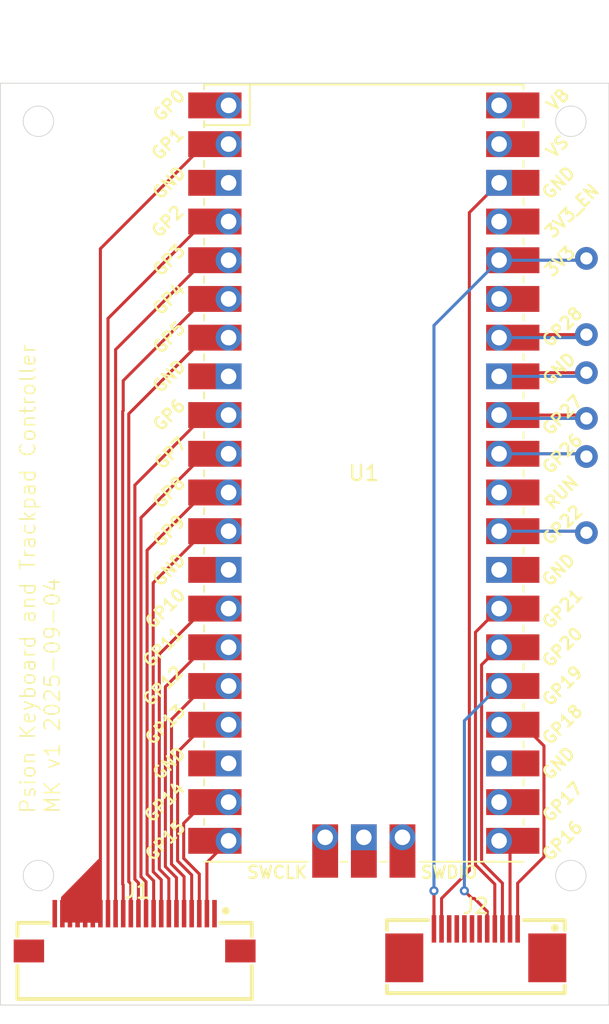
<source format=kicad_pcb>
(kicad_pcb (version 20241229) (generator "pcbnew") (generator_version "9.0")
  (layers (0 "F.Cu" signal) (2 "B.Cu" signal) (13 "F.Paste" user) (15 "B.Paste" user) (5 "F.SilkS" user "F.Silkscreen") (7 "B.SilkS" user "B.Silkscreen") (1 "F.Mask" user) (3 "B.Mask" user) (25 "Edge.Cuts" user))
  (net 0 "")
  (net 1 "Net-(J1-Pin_15)")
  (net 2 "Net-(J1-Pin_14)")
  (net 3 "Net-(J1-Pin_2)")
  (net 4 "Net-(J1-Pin_9)")
  (net 5 "Net-(J1-Pin_11)")
  (net 6 "Net-(J1-Pin_10)")
  (net 7 "Net-(J1-Pin_13)")
  (net 8 "Net-(J1-Pin_12)")
  (net 9 "Net-(J2-Pin_11)")
  (net 11 "Net-(J2-Pin_2)")
  (net 12 "Net-(J2-Pin_12)")
  (net 14 "Net-(J2-Pin_1)")
  (net 15 "unconnected-(U1-GPIO27_ADC1-Pad32)")
  (net 16 "unconnected-(U1-AGND-Pad33)")
  (net 17 "unconnected-(U1-GPIO26_ADC0-Pad31)")
  (net 18 "unconnected-(U1-GPIO22-Pad29)")
  (net 19 "unconnected-(U1-GPIO28_ADC2-Pad34)")
  (net 30 "Net-(J1-Pin_3)")
  (net 31 "Net-(J1-Pin_4)")
  (net 32 "Net-(J1-Pin_16)")
  (net 33 "Net-(J1-Pin_6)")
  (net 34 "Net-(J1-Pin_7)")
  (net 35 "Net-(J1-Pin_5)")
  (net 38 "Net-(J2-Pin_3)")
  (net 39 "Net-(J2-Pin_5)")
  (net 40 "Net-(J2-Pin_4)")
  (net 44 "Net-(J1-Pin_8)")
  (footprint "MCU_RaspberryPi_and_Boards:RPi_Pico_SMD_TH" (layer "F.Cu") (at 136.39 72.59)
    (property "Reference" "U1" (at 0 0 0) (layer "F.SilkS"))
    (property "Value" "Pico")
    (fp_line (start -10.5 -25.5) (end -10.5 -25.2) (stroke (width 0.12)) (layer "F.SilkS"))
    (fp_line (start -10.5 -25.5) (end 10.5 -25.5) (stroke (width 0.12)) (layer "F.SilkS"))
    (fp_line (start -10.5 -23.1) (end -10.5 -22.7) (stroke (width 0.12)) (layer "F.SilkS"))
    (fp_line (start -10.5 -22.833) (end -7.493 -22.833) (stroke (width 0.12)) (layer "F.SilkS"))
    (fp_line (start -10.5 -20.5) (end -10.5 -20.1) (stroke (width 0.12)) (layer "F.SilkS"))
    (fp_line (start -10.5 -18) (end -10.5 -17.6) (stroke (width 0.12)) (layer "F.SilkS"))
    (fp_line (start -10.5 -15.4) (end -10.5 -15) (stroke (width 0.12)) (layer "F.SilkS"))
    (fp_line (start -10.5 -12.9) (end -10.5 -12.5) (stroke (width 0.12)) (layer "F.SilkS"))
    (fp_line (start -10.5 -10.4) (end -10.5 -10) (stroke (width 0.12)) (layer "F.SilkS"))
    (fp_line (start -10.5 -7.8) (end -10.5 -7.4) (stroke (width 0.12)) (layer "F.SilkS"))
    (fp_line (start -10.5 -5.3) (end -10.5 -4.9) (stroke (width 0.12)) (layer "F.SilkS"))
    (fp_line (start -10.5 -2.7) (end -10.5 -2.3) (stroke (width 0.12)) (layer "F.SilkS"))
    (fp_line (start -10.5 -0.2) (end -10.5 0.2) (stroke (width 0.12)) (layer "F.SilkS"))
    (fp_line (start -10.5 2.3) (end -10.5 2.7) (stroke (width 0.12)) (layer "F.SilkS"))
    (fp_line (start -10.5 4.9) (end -10.5 5.3) (stroke (width 0.12)) (layer "F.SilkS"))
    (fp_line (start -10.5 7.4) (end -10.5 7.8) (stroke (width 0.12)) (layer "F.SilkS"))
    (fp_line (start -10.5 10) (end -10.5 10.4) (stroke (width 0.12)) (layer "F.SilkS"))
    (fp_line (start -10.5 12.5) (end -10.5 12.9) (stroke (width 0.12)) (layer "F.SilkS"))
    (fp_line (start -10.5 15.1) (end -10.5 15.5) (stroke (width 0.12)) (layer "F.SilkS"))
    (fp_line (start -10.5 17.6) (end -10.5 18) (stroke (width 0.12)) (layer "F.SilkS"))
    (fp_line (start -10.5 20.1) (end -10.5 20.5) (stroke (width 0.12)) (layer "F.SilkS"))
    (fp_line (start -10.5 22.7) (end -10.5 23.1) (stroke (width 0.12)) (layer "F.SilkS"))
    (fp_line (start -7.493 -22.833) (end -7.493 -25.5) (stroke (width 0.12)) (layer "F.SilkS"))
    (fp_line (start -3.7 25.5) (end -10.5 25.5) (stroke (width 0.12)) (layer "F.SilkS"))
    (fp_line (start -1.5 25.5) (end -1.1 25.5) (stroke (width 0.12)) (layer "F.SilkS"))
    (fp_line (start 1.1 25.5) (end 1.5 25.5) (stroke (width 0.12)) (layer "F.SilkS"))
    (fp_line (start 10.5 -25.5) (end 10.5 -25.2) (stroke (width 0.12)) (layer "F.SilkS"))
    (fp_line (start 10.5 -23.1) (end 10.5 -22.7) (stroke (width 0.12)) (layer "F.SilkS"))
    (fp_line (start 10.5 -20.5) (end 10.5 -20.1) (stroke (width 0.12)) (layer "F.SilkS"))
    (fp_line (start 10.5 -18) (end 10.5 -17.6) (stroke (width 0.12)) (layer "F.SilkS"))
    (fp_line (start 10.5 -15.4) (end 10.5 -15) (stroke (width 0.12)) (layer "F.SilkS"))
    (fp_line (start 10.5 -12.9) (end 10.5 -12.5) (stroke (width 0.12)) (layer "F.SilkS"))
    (fp_line (start 10.5 -10.4) (end 10.5 -10) (stroke (width 0.12)) (layer "F.SilkS"))
    (fp_line (start 10.5 -7.8) (end 10.5 -7.4) (stroke (width 0.12)) (layer "F.SilkS"))
    (fp_line (start 10.5 -5.3) (end 10.5 -4.9) (stroke (width 0.12)) (layer "F.SilkS"))
    (fp_line (start 10.5 -2.7) (end 10.5 -2.3) (stroke (width 0.12)) (layer "F.SilkS"))
    (fp_line (start 10.5 -0.2) (end 10.5 0.2) (stroke (width 0.12)) (layer "F.SilkS"))
    (fp_line (start 10.5 2.3) (end 10.5 2.7) (stroke (width 0.12)) (layer "F.SilkS"))
    (fp_line (start 10.5 4.9) (end 10.5 5.3) (stroke (width 0.12)) (layer "F.SilkS"))
    (fp_line (start 10.5 7.4) (end 10.5 7.8) (stroke (width 0.12)) (layer "F.SilkS"))
    (fp_line (start 10.5 10) (end 10.5 10.4) (stroke (width 0.12)) (layer "F.SilkS"))
    (fp_line (start 10.5 12.5) (end 10.5 12.9) (stroke (width 0.12)) (layer "F.SilkS"))
    (fp_line (start 10.5 15.1) (end 10.5 15.5) (stroke (width 0.12)) (layer "F.SilkS"))
    (fp_line (start 10.5 17.6) (end 10.5 18) (stroke (width 0.12)) (layer "F.SilkS"))
    (fp_line (start 10.5 20.1) (end 10.5 20.5) (stroke (width 0.12)) (layer "F.SilkS"))
    (fp_line (start 10.5 22.7) (end 10.5 23.1) (stroke (width 0.12)) (layer "F.SilkS"))
    (fp_line (start 10.5 25.5) (end 3.7 25.5) (stroke (width 0.12)) (layer "F.SilkS"))
    (fp_text user "GND" (at -12.8 -6.35 45) (layer "F.SilkS") (effects (font (size 0.8 0.8))))
    (fp_text user "GP11" (at -13.2 11.43 45) (layer "F.SilkS") (effects (font (size 0.8 0.8))))
    (fp_text user "GP17" (at 13.054 21.59 45) (layer "F.SilkS") (effects (font (size 0.8 0.8))))
    (fp_text user "GND" (at 12.8 19.05 45) (layer "F.SilkS") (effects (font (size 0.8 0.8))))
    (fp_text user "GND" (at 12.8 -19.05 45) (layer "F.SilkS") (effects (font (size 0.8 0.8))))
    (fp_text user "GP0" (at -12.8 -24.13 45) (layer "F.SilkS") (effects (font (size 0.8 0.8))))
    (fp_text user "GP18" (at 13.054 16.51 45) (layer "F.SilkS") (effects (font (size 0.8 0.8))))
    (fp_text user "GP14" (at -13.1 21.59 45) (layer "F.SilkS") (effects (font (size 0.8 0.8))))
    (fp_text user "GP28" (at 13.054 -9.59 45) (layer "F.SilkS") (effects (font (size 0.8 0.8))))
    (fp_text user "SWDIO" (at 5.6 26.2 0) (layer "F.SilkS") (effects (font (size 0.8 0.8))))
    (fp_text user "GP13" (at -13.054 16.51 45) (layer "F.SilkS") (effects (font (size 0.8 0.8))))
    (fp_text user "GND" (at 12.8 6.35 45) (layer "F.SilkS") (effects (font (size 0.8 0.8))))
    (fp_text user "GP10" (at -13.054 8.89 45) (layer "F.SilkS") (effects (font (size 0.8 0.8))))
    (fp_text user "GP2" (at -12.9 -16.51 45) (layer "F.SilkS") (effects (font (size 0.8 0.8))))
    (fp_text user "GP4" (at -12.8 -11.43 45) (layer "F.SilkS") (effects (font (size 0.8 0.8))))
    (fp_text user "3V3_EN" (at 13.7 -17.2 45) (layer "F.SilkS") (effects (font (size 0.8 0.8))))
    (fp_text user "GP6" (at -12.8 -3.81 45) (layer "F.SilkS") (effects (font (size 0.8 0.8))))
    (fp_text user "GP1" (at -12.9 -21.6 45) (layer "F.SilkS") (effects (font (size 0.8 0.8))))
    (fp_text user "GP12" (at -13.2 13.97 45) (layer "F.SilkS") (effects (font (size 0.8 0.8))))
    (fp_text user "VB" (at 12.770066 -24.510246 45) (layer "F.SilkS") (effects (font (size 0.8 0.8))))
    (fp_text user "GP26" (at 13.054 -1.27 45) (layer "F.SilkS") (effects (font (size 0.8 0.8))))
    (fp_text user "GP22" (at 13.054 3.41 45) (layer "F.SilkS") (effects (font (size 0.8 0.8))))
    (fp_text user "VS" (at 12.740066 -21.42015 45) (layer "F.SilkS") (effects (font (size 0.8 0.8))))
    (fp_text user "GP8" (at -12.8 1.27 45) (layer "F.SilkS") (effects (font (size 0.8 0.8))))
    (fp_text user "GP27" (at 13.054 -3.8 45) (layer "F.SilkS") (effects (font (size 0.8 0.8))))
    (fp_text user "3V3" (at 12.9 -13.9 45) (layer "F.SilkS") (effects (font (size 0.8 0.8))))
    (fp_text user "GND" (at -12.8 6.35 45) (layer "F.SilkS") (effects (font (size 0.8 0.8))))
    (fp_text user "GP9" (at -12.8 3.81 45) (layer "F.SilkS") (effects (font (size 0.8 0.8))))
    (fp_text user "RUN" (at 13 1.27 45) (layer "F.SilkS") (effects (font (size 0.8 0.8))))
    (fp_text user "GP20" (at 13.054 11.43 45) (layer "F.SilkS") (effects (font (size 0.8 0.8))))
    (fp_text user "GND" (at 12.842016 -6.830776 45) (layer "F.SilkS") (effects (font (size 0.8 0.8))))
    (fp_text user "GND" (at -12.8 19.05 45) (layer "F.SilkS") (effects (font (size 0.8 0.8))))
    (fp_text user "GP16" (at 13.054 24.13 45) (layer "F.SilkS") (effects (font (size 0.8 0.8))))
    (fp_text user "GND" (at -12.8 -19.05 45) (layer "F.SilkS") (effects (font (size 0.8 0.8))))
    (fp_text user "GP3" (at -12.8 -13.97 45) (layer "F.SilkS") (effects (font (size 0.8 0.8))))
    (fp_text user "GP21" (at 13.054 8.9 45) (layer "F.SilkS") (effects (font (size 0.8 0.8))))
    (fp_text user "SWCLK" (at -5.7 26.2 0) (layer "F.SilkS") (effects (font (size 0.8 0.8))))
    (fp_text user "GP7" (at -12.7 -1.3 45) (layer "F.SilkS") (effects (font (size 0.8 0.8))))
    (fp_text user "GP5" (at -12.8 -8.89 45) (layer "F.SilkS") (effects (font (size 0.8 0.8))))
    (fp_text user "GP15" (at -13.054 24.13 45) (layer "F.SilkS") (effects (font (size 0.8 0.8))))
    (fp_text user "GP19" (at 13.054 13.97 45) (layer "F.SilkS") (effects (font (size 0.8 0.8))))
    (pad "" np_thru_hole oval (at -2.725 -24) (size 1.8 1.8) (drill 1.8) (layers "*.Cu" "*.Mask"))
    (pad "" np_thru_hole oval (at -2.425 -20.97) (size 1.5 1.5) (drill 1.5) (layers "*.Cu" "*.Mask"))
    (pad "" np_thru_hole oval (at 2.425 -20.97) (size 1.5 1.5) (drill 1.5) (layers "*.Cu" "*.Mask"))
    (pad "" np_thru_hole oval (at 2.725 -24) (size 1.8 1.8) (drill 1.8) (layers "*.Cu" "*.Mask"))
    (pad "1" thru_hole oval (at -8.89 -24.13) (size 1.7 1.7) (drill 1.02) (layers "*.Cu" "*.Mask"))
    (pad "1" smd rect (at -8.89 -24.13) (size 3.5 1.7) (drill (offset -0.9 0)) (layers "F.Cu" "F.Mask"))
    (pad "2" thru_hole oval (at -8.89 -21.59) (size 1.7 1.7) (drill 1.02) (layers "*.Cu" "*.Mask") (net 32 "Net-(J1-Pin_16)"))
    (pad "2" smd rect (at -8.89 -21.59) (size 3.5 1.7) (drill (offset -0.9 0)) (layers "F.Cu" "F.Mask") (net 32 "Net-(J1-Pin_16)"))
    (pad "3" thru_hole rect (at -8.89 -19.05) (size 1.7 1.7) (drill 1.02) (layers "*.Cu" "*.Mask"))
    (pad "3" smd rect (at -8.89 -19.05) (size 3.5 1.7) (drill (offset -0.9 0)) (layers "F.Cu" "F.Mask"))
    (pad "4" thru_hole oval (at -8.89 -16.51) (size 1.7 1.7) (drill 1.02) (layers "*.Cu" "*.Mask") (net 1 "Net-(J1-Pin_15)"))
    (pad "4" smd rect (at -8.89 -16.51) (size 3.5 1.7) (drill (offset -0.9 0)) (layers "F.Cu" "F.Mask") (net 1 "Net-(J1-Pin_15)"))
    (pad "5" thru_hole oval (at -8.89 -13.97) (size 1.7 1.7) (drill 1.02) (layers "*.Cu" "*.Mask") (net 2 "Net-(J1-Pin_14)"))
    (pad "5" smd rect (at -8.89 -13.97) (size 3.5 1.7) (drill (offset -0.9 0)) (layers "F.Cu" "F.Mask") (net 2 "Net-(J1-Pin_14)"))
    (pad "6" thru_hole oval (at -8.89 -11.43) (size 1.7 1.7) (drill 1.02) (layers "*.Cu" "*.Mask") (net 7 "Net-(J1-Pin_13)"))
    (pad "6" smd rect (at -8.89 -11.43) (size 3.5 1.7) (drill (offset -0.9 0)) (layers "F.Cu" "F.Mask") (net 7 "Net-(J1-Pin_13)"))
    (pad "7" thru_hole oval (at -8.89 -8.89) (size 1.7 1.7) (drill 1.02) (layers "*.Cu" "*.Mask") (net 8 "Net-(J1-Pin_12)"))
    (pad "7" smd rect (at -8.89 -8.89) (size 3.5 1.7) (drill (offset -0.9 0)) (layers "F.Cu" "F.Mask") (net 8 "Net-(J1-Pin_12)"))
    (pad "8" thru_hole rect (at -8.89 -6.35) (size 1.7 1.7) (drill 1.02) (layers "*.Cu" "*.Mask"))
    (pad "8" smd rect (at -8.89 -6.35) (size 3.5 1.7) (drill (offset -0.9 0)) (layers "F.Cu" "F.Mask"))
    (pad "9" thru_hole oval (at -8.89 -3.81) (size 1.7 1.7) (drill 1.02) (layers "*.Cu" "*.Mask") (net 5 "Net-(J1-Pin_11)"))
    (pad "9" smd rect (at -8.89 -3.81) (size 3.5 1.7) (drill (offset -0.9 0)) (layers "F.Cu" "F.Mask") (net 5 "Net-(J1-Pin_11)"))
    (pad "10" thru_hole oval (at -8.89 -1.27) (size 1.7 1.7) (drill 1.02) (layers "*.Cu" "*.Mask") (net 6 "Net-(J1-Pin_10)"))
    (pad "10" smd rect (at -8.89 -1.27) (size 3.5 1.7) (drill (offset -0.9 0)) (layers "F.Cu" "F.Mask") (net 6 "Net-(J1-Pin_10)"))
    (pad "11" thru_hole oval (at -8.89 1.27) (size 1.7 1.7) (drill 1.02) (layers "*.Cu" "*.Mask") (net 4 "Net-(J1-Pin_9)"))
    (pad "11" smd rect (at -8.89 1.27) (size 3.5 1.7) (drill (offset -0.9 0)) (layers "F.Cu" "F.Mask") (net 4 "Net-(J1-Pin_9)"))
    (pad "12" thru_hole oval (at -8.89 3.81) (size 1.7 1.7) (drill 1.02) (layers "*.Cu" "*.Mask") (net 44 "Net-(J1-Pin_8)"))
    (pad "12" smd rect (at -8.89 3.81) (size 3.5 1.7) (drill (offset -0.9 0)) (layers "F.Cu" "F.Mask") (net 44 "Net-(J1-Pin_8)"))
    (pad "13" thru_hole rect (at -8.89 6.35) (size 1.7 1.7) (drill 1.02) (layers "*.Cu" "*.Mask"))
    (pad "13" smd rect (at -8.89 6.35) (size 3.5 1.7) (drill (offset -0.9 0)) (layers "F.Cu" "F.Mask"))
    (pad "14" thru_hole oval (at -8.89 8.89) (size 1.7 1.7) (drill 1.02) (layers "*.Cu" "*.Mask") (net 34 "Net-(J1-Pin_7)"))
    (pad "14" smd rect (at -8.89 8.89) (size 3.5 1.7) (drill (offset -0.9 0)) (layers "F.Cu" "F.Mask") (net 34 "Net-(J1-Pin_7)"))
    (pad "15" thru_hole oval (at -8.89 11.43) (size 1.7 1.7) (drill 1.02) (layers "*.Cu" "*.Mask") (net 33 "Net-(J1-Pin_6)"))
    (pad "15" smd rect (at -8.89 11.43) (size 3.5 1.7) (drill (offset -0.9 0)) (layers "F.Cu" "F.Mask") (net 33 "Net-(J1-Pin_6)"))
    (pad "16" thru_hole oval (at -8.89 13.97) (size 1.7 1.7) (drill 1.02) (layers "*.Cu" "*.Mask") (net 35 "Net-(J1-Pin_5)"))
    (pad "16" smd rect (at -8.89 13.97) (size 3.5 1.7) (drill (offset -0.9 0)) (layers "F.Cu" "F.Mask") (net 35 "Net-(J1-Pin_5)"))
    (pad "17" thru_hole oval (at -8.89 16.51) (size 1.7 1.7) (drill 1.02) (layers "*.Cu" "*.Mask") (net 31 "Net-(J1-Pin_4)"))
    (pad "17" smd rect (at -8.89 16.51) (size 3.5 1.7) (drill (offset -0.9 0)) (layers "F.Cu" "F.Mask") (net 31 "Net-(J1-Pin_4)"))
    (pad "18" thru_hole rect (at -8.89 19.05) (size 1.7 1.7) (drill 1.02) (layers "*.Cu" "*.Mask"))
    (pad "18" smd rect (at -8.89 19.05) (size 3.5 1.7) (drill (offset -0.9 0)) (layers "F.Cu" "F.Mask"))
    (pad "19" thru_hole oval (at -8.89 21.59) (size 1.7 1.7) (drill 1.02) (layers "*.Cu" "*.Mask") (net 30 "Net-(J1-Pin_3)"))
    (pad "19" smd rect (at -8.89 21.59) (size 3.5 1.7) (drill (offset -0.9 0)) (layers "F.Cu" "F.Mask") (net 30 "Net-(J1-Pin_3)"))
    (pad "20" thru_hole oval (at -8.89 24.13) (size 1.7 1.7) (drill 1.02) (layers "*.Cu" "*.Mask") (net 3 "Net-(J1-Pin_2)"))
    (pad "20" smd rect (at -8.89 24.13) (size 3.5 1.7) (drill (offset -0.9 0)) (layers "F.Cu" "F.Mask") (net 3 "Net-(J1-Pin_2)"))
    (pad "21" thru_hole oval (at 8.89 24.13) (size 1.7 1.7) (drill 1.02) (layers "*.Cu" "*.Mask") (net 11 "Net-(J2-Pin_2)"))
    (pad "21" smd rect (at 8.89 24.13) (size 3.5 1.7) (drill (offset 0.9 0)) (layers "F.Cu" "F.Mask") (net 11 "Net-(J2-Pin_2)"))
    (pad "22" thru_hole oval (at 8.89 21.59) (size 1.7 1.7) (drill 1.02) (layers "*.Cu" "*.Mask"))
    (pad "22" smd rect (at 8.89 21.59) (size 3.5 1.7) (drill (offset 0.9 0)) (layers "F.Cu" "F.Mask"))
    (pad "23" thru_hole rect (at 8.89 19.05) (size 1.7 1.7) (drill 1.02) (layers "*.Cu" "*.Mask"))
    (pad "23" smd rect (at 8.89 19.05) (size 3.5 1.7) (drill (offset 0.9 0)) (layers "F.Cu" "F.Mask"))
    (pad "24" thru_hole oval (at 8.89 16.51) (size 1.7 1.7) (drill 1.02) (layers "*.Cu" "*.Mask") (net 14 "Net-(J2-Pin_1)"))
    (pad "24" smd rect (at 8.89 16.51) (size 3.5 1.7) (drill (offset 0.9 0)) (layers "F.Cu" "F.Mask") (net 14 "Net-(J2-Pin_1)"))
    (pad "25" thru_hole oval (at 8.89 13.97) (size 1.7 1.7) (drill 1.02) (layers "*.Cu" "*.Mask") (net 39 "Net-(J2-Pin_5)"))
    (pad "25" smd rect (at 8.89 13.97) (size 3.5 1.7) (drill (offset 0.9 0)) (layers "F.Cu" "F.Mask") (net 39 "Net-(J2-Pin_5)"))
    (pad "26" thru_hole oval (at 8.89 11.43) (size 1.7 1.7) (drill 1.02) (layers "*.Cu" "*.Mask") (net 38 "Net-(J2-Pin_3)"))
    (pad "26" smd rect (at 8.89 11.43) (size 3.5 1.7) (drill (offset 0.9 0)) (layers "F.Cu" "F.Mask") (net 38 "Net-(J2-Pin_3)"))
    (pad "27" thru_hole oval (at 8.89 8.89) (size 1.7 1.7) (drill 1.02) (layers "*.Cu" "*.Mask") (net 40 "Net-(J2-Pin_4)"))
    (pad "27" smd rect (at 8.89 8.89) (size 3.5 1.7) (drill (offset 0.9 0)) (layers "F.Cu" "F.Mask") (net 40 "Net-(J2-Pin_4)"))
    (pad "28" thru_hole rect (at 8.89 6.35) (size 1.7 1.7) (drill 1.02) (layers "*.Cu" "*.Mask"))
    (pad "28" smd rect (at 8.89 6.35) (size 3.5 1.7) (drill (offset 0.9 0)) (layers "F.Cu" "F.Mask"))
    (pad "29" thru_hole oval (at 8.89 3.81) (size 1.7 1.7) (drill 1.02) (layers "*.Cu" "*.Mask") (net 18 "unconnected-(U1-GPIO22-Pad29)"))
    (pad "29" smd rect (at 8.89 3.81) (size 3.5 1.7) (drill (offset 0.9 0)) (layers "F.Cu" "F.Mask") (net 18 "unconnected-(U1-GPIO22-Pad29)"))
    (pad "30" thru_hole oval (at 8.89 1.27) (size 1.7 1.7) (drill 1.02) (layers "*.Cu" "*.Mask"))
    (pad "30" smd rect (at 8.89 1.27) (size 3.5 1.7) (drill (offset 0.9 0)) (layers "F.Cu" "F.Mask"))
    (pad "31" thru_hole oval (at 8.89 -1.27) (size 1.7 1.7) (drill 1.02) (layers "*.Cu" "*.Mask") (net 17 "unconnected-(U1-GPIO26_ADC0-Pad31)"))
    (pad "31" smd rect (at 8.89 -1.27) (size 3.5 1.7) (drill (offset 0.9 0)) (layers "F.Cu" "F.Mask") (net 17 "unconnected-(U1-GPIO26_ADC0-Pad31)"))
    (pad "32" thru_hole oval (at 8.89 -3.81) (size 1.7 1.7) (drill 1.02) (layers "*.Cu" "*.Mask") (net 15 "unconnected-(U1-GPIO27_ADC1-Pad32)"))
    (pad "32" smd rect (at 8.89 -3.81) (size 3.5 1.7) (drill (offset 0.9 0)) (layers "F.Cu" "F.Mask") (net 15 "unconnected-(U1-GPIO27_ADC1-Pad32)"))
    (pad "33" thru_hole rect (at 8.89 -6.35) (size 1.7 1.7) (drill 1.02) (layers "*.Cu" "*.Mask") (net 16 "unconnected-(U1-AGND-Pad33)"))
    (pad "33" smd rect (at 8.89 -6.35) (size 3.5 1.7) (drill (offset 0.9 0)) (layers "F.Cu" "F.Mask") (net 16 "unconnected-(U1-AGND-Pad33)"))
    (pad "34" thru_hole oval (at 8.89 -8.89) (size 1.7 1.7) (drill 1.02) (layers "*.Cu" "*.Mask") (net 19 "unconnected-(U1-GPIO28_ADC2-Pad34)"))
    (pad "34" smd rect (at 8.89 -8.89) (size 3.5 1.7) (drill (offset 0.9 0)) (layers "F.Cu" "F.Mask") (net 19 "unconnected-(U1-GPIO28_ADC2-Pad34)"))
    (pad "35" thru_hole oval (at 8.89 -11.43) (size 1.7 1.7) (drill 1.02) (layers "*.Cu" "*.Mask"))
    (pad "35" smd rect (at 8.89 -11.43) (size 3.5 1.7) (drill (offset 0.9 0)) (layers "F.Cu" "F.Mask"))
    (pad "36" thru_hole oval (at 8.89 -13.97) (size 1.7 1.7) (drill 1.02) (layers "*.Cu" "*.Mask") (net 12 "Net-(J2-Pin_12)"))
    (pad "36" smd rect (at 8.89 -13.97) (size 3.5 1.7) (drill (offset 0.9 0)) (layers "F.Cu" "F.Mask") (net 12 "Net-(J2-Pin_12)"))
    (pad "37" thru_hole oval (at 8.89 -16.51) (size 1.7 1.7) (drill 1.02) (layers "*.Cu" "*.Mask"))
    (pad "37" smd rect (at 8.89 -16.51) (size 3.5 1.7) (drill (offset 0.9 0)) (layers "F.Cu" "F.Mask"))
    (pad "38" thru_hole rect (at 8.89 -19.05) (size 1.7 1.7) (drill 1.02) (layers "*.Cu" "*.Mask") (net 9 "Net-(J2-Pin_11)"))
    (pad "38" smd rect (at 8.89 -19.05) (size 3.5 1.7) (drill (offset 0.9 0)) (layers "F.Cu" "F.Mask") (net 9 "Net-(J2-Pin_11)"))
    (pad "39" thru_hole oval (at 8.89 -21.59) (size 1.7 1.7) (drill 1.02) (layers "*.Cu" "*.Mask"))
    (pad "39" smd rect (at 8.89 -21.59) (size 3.5 1.7) (drill (offset 0.9 0)) (layers "F.Cu" "F.Mask"))
    (pad "40" thru_hole oval (at 8.89 -24.13) (size 1.7 1.7) (drill 1.02) (layers "*.Cu" "*.Mask"))
    (pad "40" smd rect (at 8.89 -24.13) (size 3.5 1.7) (drill (offset 0.9 0)) (layers "F.Cu" "F.Mask"))
    (pad "41" thru_hole oval (at -2.54 23.9) (size 1.7 1.7) (drill 1.02) (layers "*.Cu" "*.Mask"))
    (pad "41" smd rect (at -2.54 23.9 90) (size 3.5 1.7) (drill (offset -0.9 0)) (layers "F.Cu" "F.Mask"))
    (pad "42" thru_hole rect (at 0 23.9) (size 1.7 1.7) (drill 1.02) (layers "*.Cu" "*.Mask"))
    (pad "42" smd rect (at 0 23.9 90) (size 3.5 1.7) (drill (offset -0.9 0)) (layers "F.Cu" "F.Mask"))
    (pad "43" thru_hole oval (at 2.54 23.9) (size 1.7 1.7) (drill 1.02) (layers "*.Cu" "*.Mask"))
    (pad "43" smd rect (at 2.54 23.9 90) (size 3.5 1.7) (drill (offset -0.9 0)) (layers "F.Cu" "F.Mask"))
  )
  (footprint "ProLib_pcs_2025-09-04 (1):FPC-SMD_KH-FG0.5-H2.0-12PIN" (layer "F.Cu") (at 143.75 103.45 180)
    (property "Reference" "J2" (at 0 2.45 0) (layer "F.SilkS"))
    (property "Value" "Conn_01x12")
    (fp_line (start 5.842 1.524) (end 3.131 1.524) (stroke (width 0.254)) (layer "F.SilkS"))
    (fp_line (start 5.842 0.881) (end 5.842 1.524) (stroke (width 0.254)) (layer "F.SilkS"))
    (fp_line (start 5.842 -3.266) (end 5.842 -2.781) (stroke (width 0.254)) (layer "F.SilkS"))
    (fp_line (start -3.131 1.524) (end -5.842 1.524) (stroke (width 0.254)) (layer "F.SilkS"))
    (fp_line (start -5.842 1.524) (end -5.842 0.881) (stroke (width 0.254)) (layer "F.SilkS"))
    (fp_line (start -5.842 -2.781) (end -5.842 -3.266) (stroke (width 0.254)) (layer "F.SilkS"))
    (fp_line (start -5.842 -3.266) (end 5.842 -3.266) (stroke (width 0.254)) (layer "F.SilkS"))
    (fp_circle (center -5.207 1.016) (end -5.08 1.016) (stroke (width 0.254)) (fill no) (layer "F.SilkS"))
    (pad "1" smd rect (at -2.75 0.95 180) (size 0.3 1.8) (layers "F.Cu" "F.Mask" "F.Paste") (net 14 "Net-(J2-Pin_1)"))
    (pad "2" smd rect (at -2.25 0.95 180) (size 0.3 1.8) (layers "F.Cu" "F.Mask" "F.Paste") (net 11 "Net-(J2-Pin_2)"))
    (pad "3" smd rect (at -1.75 0.95 180) (size 0.3 1.8) (layers "F.Cu" "F.Mask" "F.Paste") (net 38 "Net-(J2-Pin_3)"))
    (pad "4" smd rect (at -1.25 0.95 180) (size 0.3 1.8) (layers "F.Cu" "F.Mask" "F.Paste") (net 40 "Net-(J2-Pin_4)"))
    (pad "5" smd rect (at -0.75 0.95 180) (size 0.3 1.8) (layers "F.Cu" "F.Mask" "F.Paste") (net 39 "Net-(J2-Pin_5)"))
    (pad "6" smd rect (at -0.25 0.95 180) (size 0.3 1.8) (layers "F.Cu" "F.Mask" "F.Paste"))
    (pad "7" smd rect (at 0.25 0.95 180) (size 0.3 1.8) (layers "F.Cu" "F.Mask" "F.Paste"))
    (pad "8" smd rect (at 0.75 0.95 180) (size 0.3 1.8) (layers "F.Cu" "F.Mask" "F.Paste"))
    (pad "9" smd rect (at 1.25 0.95 180) (size 0.3 1.8) (layers "F.Cu" "F.Mask" "F.Paste"))
    (pad "10" smd rect (at 1.75 0.95 180) (size 0.3 1.8) (layers "F.Cu" "F.Mask" "F.Paste"))
    (pad "11" smd rect (at 2.25 0.95 180) (size 0.3 1.8) (layers "F.Cu" "F.Mask" "F.Paste") (net 9 "Net-(J2-Pin_11)"))
    (pad "12" smd rect (at 2.75 0.95 180) (size 0.3 1.8) (layers "F.Cu" "F.Mask" "F.Paste") (net 12 "Net-(J2-Pin_12)"))
    (pad "13" smd rect (at 4.7 -0.95 180) (size 2.5 3.2) (layers "F.Cu" "F.Mask" "F.Paste"))
    (pad "14" smd rect (at -4.7 -0.95 180) (size 2.5 3.2) (layers "F.Cu" "F.Mask" "F.Paste"))
  )
  (footprint "ProLib_pcs_2025-09-04:FPC-SMD_KH-FG0.5-H2.0-22PIN" (layer "F.Cu") (at 121.324336 102.725)
    (property "Reference" "J1" (hide yes))
    (property "Value" "Conn_01x22")
    (fp_line (start -7.7 0.244) (end -7.7 -0.625) (stroke (width 0.254)) (layer "F.SilkS"))
    (fp_line (start -7.7 4.375) (end -7.7 2.206) (stroke (width 0.254)) (layer "F.SilkS"))
    (fp_line (start -5.631 -0.625) (end -7.7 -0.625) (stroke (width 0.254)) (layer "F.SilkS"))
    (fp_line (start 7.7 -0.625) (end 5.631 -0.625) (stroke (width 0.254)) (layer "F.SilkS"))
    (fp_line (start 7.7 0.244) (end 7.7 -0.625) (stroke (width 0.254)) (layer "F.SilkS"))
    (fp_line (start 7.7 4.375) (end -7.7 4.375) (stroke (width 0.254)) (layer "F.SilkS"))
    (fp_line (start 7.7 4.375) (end 7.7 2.206) (stroke (width 0.254)) (layer "F.SilkS"))
    (fp_circle (center 5.99 -1.41) (end 6.117 -1.41) (stroke (width 0.254)) (fill no) (layer "F.SilkS"))
    (pad "1" smd rect (at 5.25 -1.225 180) (size 0.3 1.8) (layers "F.Cu" "F.Mask" "F.Paste"))
    (pad "2" smd rect (at 4.75 -1.225 180) (size 0.3 1.8) (layers "F.Cu" "F.Mask" "F.Paste") (net 3 "Net-(J1-Pin_2)"))
    (pad "3" smd rect (at 4.25 -1.225 180) (size 0.3 1.8) (layers "F.Cu" "F.Mask" "F.Paste") (net 30 "Net-(J1-Pin_3)"))
    (pad "4" smd rect (at 3.75 -1.225 180) (size 0.3 1.8) (layers "F.Cu" "F.Mask" "F.Paste") (net 31 "Net-(J1-Pin_4)"))
    (pad "5" smd rect (at 3.25 -1.225 180) (size 0.3 1.8) (layers "F.Cu" "F.Mask" "F.Paste") (net 35 "Net-(J1-Pin_5)"))
    (pad "6" smd rect (at 2.75 -1.225 180) (size 0.3 1.8) (layers "F.Cu" "F.Mask" "F.Paste") (net 33 "Net-(J1-Pin_6)"))
    (pad "7" smd rect (at 2.25 -1.225 180) (size 0.3 1.8) (layers "F.Cu" "F.Mask" "F.Paste") (net 34 "Net-(J1-Pin_7)"))
    (pad "8" smd rect (at 1.75 -1.225 180) (size 0.3 1.8) (layers "F.Cu" "F.Mask" "F.Paste") (net 44 "Net-(J1-Pin_8)"))
    (pad "9" smd rect (at 1.25 -1.225 180) (size 0.3 1.8) (layers "F.Cu" "F.Mask" "F.Paste") (net 4 "Net-(J1-Pin_9)"))
    (pad "10" smd rect (at 0.75 -1.225 180) (size 0.3 1.8) (layers "F.Cu" "F.Mask" "F.Paste") (net 6 "Net-(J1-Pin_10)"))
    (pad "11" smd rect (at 0.25 -1.225 180) (size 0.3 1.8) (layers "F.Cu" "F.Mask" "F.Paste") (net 5 "Net-(J1-Pin_11)"))
    (pad "12" smd rect (at -0.25 -1.225 180) (size 0.3 1.8) (layers "F.Cu" "F.Mask" "F.Paste") (net 8 "Net-(J1-Pin_12)"))
    (pad "13" smd rect (at -0.75 -1.225 180) (size 0.3 1.8) (layers "F.Cu" "F.Mask" "F.Paste") (net 7 "Net-(J1-Pin_13)"))
    (pad "14" smd rect (at -1.25 -1.225 180) (size 0.3 1.8) (layers "F.Cu" "F.Mask" "F.Paste") (net 2 "Net-(J1-Pin_14)"))
    (pad "15" smd rect (at -1.75 -1.225 180) (size 0.3 1.8) (layers "F.Cu" "F.Mask" "F.Paste") (net 1 "Net-(J1-Pin_15)"))
    (pad "16" smd rect (at -2.25 -1.225 180) (size 0.3 1.8) (layers "F.Cu" "F.Mask" "F.Paste") (net 32 "Net-(J1-Pin_16)"))
    (pad "17" smd rect (at -2.75 -1.225 180) (size 0.3 1.8) (layers "F.Cu" "F.Mask" "F.Paste") (net 32 "Net-(J1-Pin_16)"))
    (pad "18" smd rect (at -3.25 -1.225 180) (size 0.3 1.8) (layers "F.Cu" "F.Mask" "F.Paste") (net 32 "Net-(J1-Pin_16)"))
    (pad "19" smd rect (at -3.75 -1.225 180) (size 0.3 1.8) (layers "F.Cu" "F.Mask" "F.Paste") (net 32 "Net-(J1-Pin_16)"))
    (pad "20" smd rect (at -4.25 -1.225 180) (size 0.3 1.8) (layers "F.Cu" "F.Mask" "F.Paste") (net 32 "Net-(J1-Pin_16)"))
    (pad "21" smd rect (at -4.75 -1.225 180) (size 0.3 1.8) (layers "F.Cu" "F.Mask" "F.Paste") (net 32 "Net-(J1-Pin_16)"))
    (pad "22" smd rect (at -5.25 -1.225 180) (size 0.3 1.8) (layers "F.Cu" "F.Mask" "F.Paste"))
    (pad "23" smd rect (at -6.95 1.225 180) (size 2 1.5) (layers "F.Cu" "F.Mask" "F.Paste"))
    (pad "24" smd rect (at 6.95 1.225 180) (size 2 1.5) (layers "F.Cu" "F.Mask" "F.Paste"))
  )
  (gr_poly (pts (xy 116.583794 100.455199) (xy 119 98) (xy 119 102) (xy 116.576327 101.978429)) (stroke (width 0.2)) (fill yes) (layer "F.Cu") (net 32))
  (gr_circle (center 115 49.5) (end 116 49.5) (stroke (width 0.05)) (fill no) (layer "Edge.Cuts"))
  (gr_circle (center 115 99) (end 116 99) (stroke (width 0.05)) (fill no) (layer "Edge.Cuts"))
  (gr_rect (start 112.5 47) (end 152.5 107.5) (stroke (width 0.05)) (fill no) (layer "Edge.Cuts"))
  (gr_circle (center 150 99) (end 151 99) (stroke (width 0.05)) (fill no) (layer "Edge.Cuts"))
  (gr_circle (center 150 49.5) (end 151 49.5) (stroke (width 0.05)) (fill no) (layer "Edge.Cuts"))
  (gr_text "Psion Keyboard and Trackpad Controller\nMK v1 2025-09-04" (at 116.5 95 90) (layer "F.SilkS") (effects (font (size 1 1) (thickness 0.1)) (justify left bottom)))
  (gr_text "J1" (at 121.5 100 0) (layer "F.SilkS") (effects (font (size 1 1))))
  (segment (start 119.574336 62.443664) (end 125.938 56.08) (width 0.2) (layer "F.Cu") (net 1))
  (segment (start 125.938 56.08) (end 127.5 56.08) (width 0.2) (layer "F.Cu") (net 1))
  (segment (start 119.574336 101.5) (end 119.574336 62.443664) (width 0.2) (layer "F.Cu") (net 1))
  (segment (start 125.8129 58.62) (end 127.5 58.62) (width 0.2) (layer "F.Cu") (net 2))
  (segment (start 125.938 58.62) (end 127.5 58.62) (width 0.2) (layer "F.Cu") (net 2))
  (segment (start 120.074336 64.483664) (end 125.938 58.62) (width 0.2) (layer "F.Cu") (net 2))
  (segment (start 120.074336 101.5) (end 120.074336 64.483664) (width 0.2) (layer "F.Cu") (net 2))
  (segment (start 126.074336 101.5) (end 126.074336 98.145664) (width 0.2) (layer "F.Cu") (net 3))
  (segment (start 126.074336 98.145664) (end 127.5 96.72) (width 0.2) (layer "F.Cu") (net 3))
  (segment (start 122.574336 99.342736) (end 122.143 98.9114) (width 0.2) (layer "F.Cu") (net 4))
  (segment (start 122.574336 101.5) (end 122.574336 99.342736) (width 0.2) (layer "F.Cu") (net 4))
  (segment (start 122.143 77.655) (end 125.938 73.86) (width 0.2) (layer "F.Cu") (net 4))
  (segment (start 125.938 73.86) (end 127.5 73.86) (width 0.2) (layer "F.Cu") (net 4))
  (segment (start 122.143 98.9114) (end 122.143 77.655) (width 0.2) (layer "F.Cu") (net 4))
  (segment (start 121.574336 99.476936) (end 121.341 99.2436) (width 0.2) (layer "F.Cu") (net 5))
  (segment (start 121.574336 101.5) (end 121.574336 99.476936) (width 0.2) (layer "F.Cu") (net 5))
  (segment (start 121.341 99.2436) (end 121.341 73.377) (width 0.2) (layer "F.Cu") (net 5))
  (segment (start 121.341 73.377) (end 125.938 68.78) (width 0.2) (layer "F.Cu") (net 5))
  (segment (start 125.938 68.78) (end 127.5 68.78) (width 0.2) (layer "F.Cu") (net 5))
  (segment (start 122.074336 101.5) (end 122.074336 99.409836) (width 0.2) (layer "F.Cu") (net 6))
  (segment (start 121.742 99.0775) (end 121.742 75.516) (width 0.2) (layer "F.Cu") (net 6))
  (segment (start 122.074336 99.409836) (end 121.742 99.0775) (width 0.2) (layer "F.Cu") (net 6))
  (segment (start 125.938 71.32) (end 127.5 71.32) (width 0.2) (layer "F.Cu") (net 6))
  (segment (start 121.742 75.516) (end 125.938 71.32) (width 0.2) (layer "F.Cu") (net 6))
  (segment (start 120.574336 99.611136) (end 120.539 99.5758) (width 0.2) (layer "F.Cu") (net 7))
  (segment (start 125.938 61.16) (end 127.5 61.16) (width 0.2) (layer "F.Cu") (net 7))
  (segment (start 120.574336 66.523664) (end 125.938 61.16) (width 0.2) (layer "F.Cu") (net 7))
  (segment (start 120.574336 68.496564) (end 120.574336 66.523664) (width 0.2) (layer "F.Cu") (net 7))
  (segment (start 120.574336 101.5) (end 120.574336 99.611136) (width 0.2) (layer "F.Cu") (net 7))
  (segment (start 120.539 99.5758) (end 120.539 68.5319) (width 0.2) (layer "F.Cu") (net 7))
  (segment (start 120.539 68.5319) (end 120.574336 68.496564) (width 0.2) (layer "F.Cu") (net 7))
  (segment (start 125.938 63.7) (end 127.5 63.7) (width 0.2) (layer "F.Cu") (net 8))
  (segment (start 121.074336 99.544036) (end 120.94 99.4097) (width 0.2) (layer "F.Cu") (net 8))
  (segment (start 121.074336 101.5) (end 121.074336 99.544036) (width 0.2) (layer "F.Cu") (net 8))
  (segment (start 120.94 99.4097) (end 120.94 68.698) (width 0.2) (layer "F.Cu") (net 8))
  (segment (start 120.94 68.698) (end 125.938 63.7) (width 0.2) (layer "F.Cu") (net 8))
  (segment (start 141.5 100.5) (end 143.327 98.673) (width 0.2) (layer "F.Cu") (net 9))
  (segment (start 143.327 98.673) (end 143.327 55.493) (width 0.2) (layer "F.Cu") (net 9))
  (segment (start 143.327 55.493) (end 145.28 53.54) (width 0.2) (layer "F.Cu") (net 9))
  (segment (start 141.5 102.5) (end 141.5 100.5) (width 0.2) (layer "F.Cu") (net 9))
  (segment (start 146 97.44) (end 145.28 96.72) (width 0.2) (layer "F.Cu") (net 11))
  (segment (start 146 102.5) (end 146 97.44) (width 0.2) (layer "F.Cu") (net 11))
  (segment (start 141 102.5) (end 141 100) (width 0.2) (layer "F.Cu") (net 12))
  (segment (start 145.283686 58.623686) (end 145.28 58.62) (width 0.2) (layer "F.Cu") (net 12))
  (segment (start 145.3 58.62) (end 150.9 58.62) (width 0.2) (layer "F.Cu") (net 12))
  (via (at 141 100) (size 0.6) (drill 0.3) (layers "F.Cu" "B.Cu") (net 12))
  (via (at 151.02 58.5) (size 1.5) (drill 0.8) (layers "F.Cu" "B.Cu") (net 12))
  (segment (start 145.28 58.62) (end 150.9 58.62) (width 0.2) (layer "B.Cu") (net 12))
  (segment (start 141 100) (end 141 62.9) (width 0.2) (layer "B.Cu") (net 12))
  (segment (start 150.9 58.62) (end 151.02 58.5) (width 0.2) (layer "B.Cu") (net 12))
  (segment (start 141 62.9) (end 145.28 58.62) (width 0.2) (layer "B.Cu") (net 12))
  (segment (start 148.231 97.769) (end 148.231 90.489) (width 0.2) (layer "F.Cu") (net 14))
  (segment (start 148.231 90.489) (end 146.842 89.1) (width 0.2) (layer "F.Cu") (net 14))
  (segment (start 146.5 102.5) (end 146.5 99.5) (width 0.2) (layer "F.Cu") (net 14))
  (segment (start 146.842 89.1) (end 145.28 89.1) (width 0.2) (layer "F.Cu") (net 14))
  (segment (start 146.5 99.5) (end 148.231 97.769) (width 0.2) (layer "F.Cu") (net 14))
  (segment (start 145.3 68.78) (end 150.8 68.78) (width 0.2) (layer "F.Cu") (net 15))
  (segment (start 145.283686 68.783686) (end 145.28 68.78) (width 0.2) (layer "F.Cu") (net 15))
  (via (at 151.02 69) (size 1.5) (drill 0.8) (layers "F.Cu" "B.Cu") (net 15))
  (segment (start 145.5 69) (end 151.02 69) (width 0.2) (layer "B.Cu") (net 15))
  (segment (start 145.28 68.78) (end 145.5 69) (width 0.2) (layer "B.Cu") (net 15))
  (segment (start 145.54 66) (end 151.02 66) (width 0.2) (layer "F.Cu") (net 16))
  (segment (start 145.283686 66.243686) (end 145.28 66.24) (width 0.2) (layer "F.Cu") (net 16))
  (via (at 151.02 66) (size 1.5) (drill 0.8) (layers "F.Cu" "B.Cu") (net 16))
  (segment (start 145.28 66.24) (end 150.78 66.24) (width 0.2) (layer "B.Cu") (net 16))
  (segment (start 150.78 66.24) (end 151.02 66) (width 0.2) (layer "B.Cu") (net 16))
  (segment (start 145.283686 71.323686) (end 145.28 71.32) (width 0.2) (layer "F.Cu") (net 17))
  (segment (start 145.3 71.32) (end 150.84 71.32) (width 0.2) (layer "F.Cu") (net 17))
  (via (at 151.02 71.5) (size 1.5) (drill 0.8) (layers "F.Cu" "B.Cu") (net 17))
  (segment (start 150.84 71.32) (end 151.02 71.5) (width 0.2) (layer "B.Cu") (net 17))
  (segment (start 145.28 71.32) (end 150.84 71.32) (width 0.2) (layer "B.Cu") (net 17))
  (segment (start 145.3 76.4) (end 150.92 76.4) (width 0.2) (layer "F.Cu") (net 18))
  (segment (start 145.283686 76.403686) (end 145.28 76.4) (width 0.2) (layer "F.Cu") (net 18))
  (via (at 151.02 76.5) (size 1.5) (drill 0.8) (layers "F.Cu" "B.Cu") (net 18))
  (segment (start 150.92 76.4) (end 151.02 76.5) (width 0.2) (layer "B.Cu") (net 18))
  (segment (start 145.28 76.4) (end 150.92 76.4) (width 0.2) (layer "B.Cu") (net 18))
  (segment (start 145.5 63.5) (end 151.02 63.5) (width 0.2) (layer "F.Cu") (net 19))
  (segment (start 145.283686 63.703686) (end 145.28 63.7) (width 0.2) (layer "F.Cu") (net 19))
  (via (at 151.02 63.5) (size 1.5) (drill 0.8) (layers "F.Cu" "B.Cu") (net 19))
  (segment (start 150.82 63.7) (end 151.02 63.5) (width 0.2) (layer "B.Cu") (net 19))
  (segment (start 145.28 63.7) (end 150.82 63.7) (width 0.2) (layer "B.Cu") (net 19))
  (segment (start 125.574336 98.896336) (end 124.549 97.871) (width 0.2) (layer "F.Cu") (net 30))
  (segment (start 124.549 95.569) (end 125.938 94.18) (width 0.2) (layer "F.Cu") (net 30))
  (segment (start 124.549 97.871) (end 124.549 95.569) (width 0.2) (layer "F.Cu") (net 30))
  (segment (start 125.574336 101.5) (end 125.574336 98.896336) (width 0.2) (layer "F.Cu") (net 30))
  (segment (start 125.938 94.18) (end 127.5 94.18) (width 0.2) (layer "F.Cu") (net 30))
  (segment (start 125.938 89.1) (end 127.5 89.1) (width 0.2) (layer "F.Cu") (net 31))
  (segment (start 125.074336 101.5) (end 125.074336 98.963436) (width 0.2) (layer "F.Cu") (net 31))
  (segment (start 124.148 98.0371) (end 124.148 90.89) (width 0.2) (layer "F.Cu") (net 31))
  (segment (start 125.074336 98.963436) (end 124.148 98.0371) (width 0.2) (layer "F.Cu") (net 31))
  (segment (start 124.148 90.89) (end 125.938 89.1) (width 0.2) (layer "F.Cu") (net 31))
  (segment (start 119.074336 101.5) (end 119.074336 57.863664) (width 0.2) (layer "F.Cu") (net 32))
  (segment (start 125.938 51) (end 127.5 51) (width 0.2) (layer "F.Cu") (net 32))
  (segment (start 119.074336 101.5) (end 116.574336 101.5) (width 0.2) (layer "F.Cu") (net 32))
  (segment (start 119.074336 57.863664) (end 125.938 51) (width 0.2) (layer "F.Cu") (net 32))
  (segment (start 123.346 98.4131) (end 123.346 86.612) (width 0.2) (layer "F.Cu") (net 33))
  (segment (start 123.346 86.612) (end 125.938 84.02) (width 0.2) (layer "F.Cu") (net 33))
  (segment (start 125.938 84.02) (end 127.5 84.02) (width 0.2) (layer "F.Cu") (net 33))
  (segment (start 124.074336 101.5) (end 124.074336 99.141436) (width 0.2) (layer "F.Cu") (net 33))
  (segment (start 124.074336 99.141436) (end 123.346 98.4131) (width 0.2) (layer "F.Cu") (net 33))
  (segment (start 125.938 81.48) (end 127.5 81.48) (width 0.2) (layer "F.Cu") (net 34))
  (segment (start 123.574336 99.208536) (end 122.945 98.5792) (width 0.2) (layer "F.Cu") (net 34))
  (segment (start 123.574336 101.5) (end 123.574336 99.208536) (width 0.2) (layer "F.Cu") (net 34))
  (segment (start 122.945 84.473) (end 125.938 81.48) (width 0.2) (layer "F.Cu") (net 34))
  (segment (start 122.945 98.5792) (end 122.945 84.473) (width 0.2) (layer "F.Cu") (net 34))
  (segment (start 124.574336 99.074336) (end 123.747 98.247) (width 0.2) (layer "F.Cu") (net 35))
  (segment (start 124.574336 101.5) (end 124.574336 99.074336) (width 0.2) (layer "F.Cu") (net 35))
  (segment (start 123.747 98.247) (end 123.747 88.751) (width 0.2) (layer "F.Cu") (net 35))
  (segment (start 125.938 86.56) (end 127.5 86.56) (width 0.2) (layer "F.Cu") (net 35))
  (segment (start 123.747 88.751) (end 125.938 86.56) (width 0.2) (layer "F.Cu") (net 35))
  (segment (start 145.28 84.02) (end 144.129 85.171) (width 0.2) (layer "F.Cu") (net 38))
  (segment (start 145.5 99.5) (end 144.129 98.129) (width 0.2) (layer "F.Cu") (net 38))
  (segment (start 144.129 85.171) (end 144.129 98.129) (width 0.2) (layer "F.Cu") (net 38))
  (segment (start 145.5 102.5) (end 145.5 99.5) (width 0.2) (layer "F.Cu") (net 38))
  (segment (start 143.5 100.5) (end 143.652 100.5) (width 0.2) (layer "F.Cu") (net 39))
  (segment (start 143.652 100.5) (end 144.5 101.348) (width 0.2) (layer "F.Cu") (net 39))
  (segment (start 143 100) (end 143.5 100.5) (width 0.2) (layer "F.Cu") (net 39))
  (segment (start 144.5 101.348) (end 144.5 102.5) (width 0.2) (layer "F.Cu") (net 39))
  (via (at 143 100) (size 0.6) (drill 0.3) (layers "F.Cu" "B.Cu") (net 39))
  (segment (start 143 100) (end 143 88.84) (width 0.2) (layer "B.Cu") (net 39))
  (segment (start 143 88.84) (end 145.28 86.56) (width 0.2) (layer "B.Cu") (net 39))
  (segment (start 145 99.5671) (end 143.728 98.2951) (width 0.2) (layer "F.Cu") (net 40))
  (segment (start 145 102.5) (end 145 99.5671) (width 0.2) (layer "F.Cu") (net 40))
  (segment (start 143.728 83.032) (end 145.28 81.48) (width 0.2) (layer "F.Cu") (net 40))
  (segment (start 143.728 98.2951) (end 143.728 83.032) (width 0.2) (layer "F.Cu") (net 40))
  (segment (start 122.544 98.7453) (end 122.544 79.794) (width 0.2) (layer "F.Cu") (net 44))
  (segment (start 123.074336 101.5) (end 123.074336 99.275636) (width 0.2) (layer "F.Cu") (net 44))
  (segment (start 125.938 76.4) (end 127.5 76.4) (width 0.2) (layer "F.Cu") (net 44))
  (segment (start 123.074336 99.275636) (end 122.544 98.7453) (width 0.2) (layer "F.Cu") (net 44))
  (segment (start 122.544 79.794) (end 125.938 76.4) (width 0.2) (layer "F.Cu") (net 44))
)
</source>
